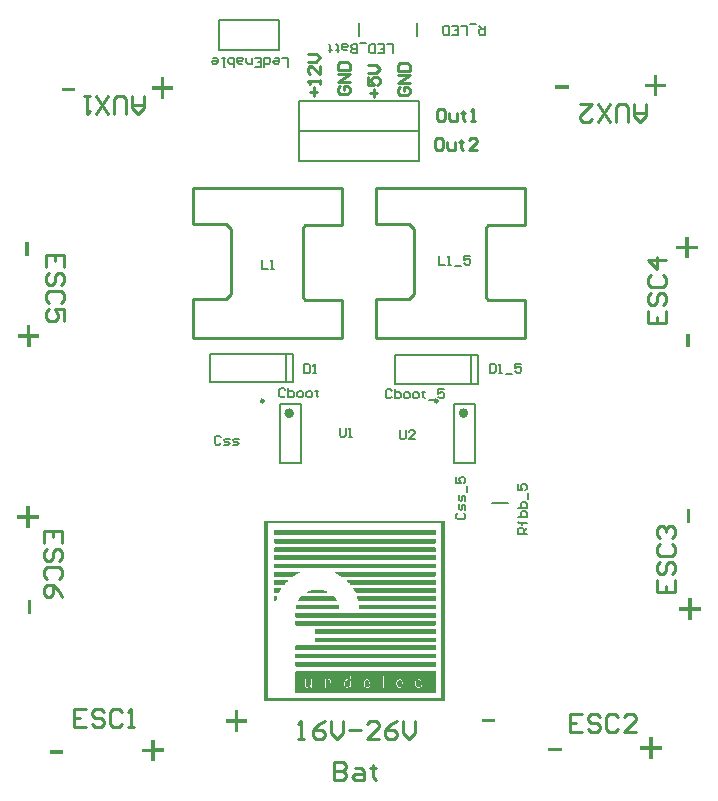
<source format=gto>
G04 Layer_Color=65535*
%FSLAX23Y23*%
%MOIN*%
G70*
G01*
G75*
%ADD36C,0.010*%
%ADD37C,0.016*%
%ADD38C,0.008*%
%ADD39C,0.010*%
%ADD40C,0.002*%
%ADD41C,0.007*%
%ADD42C,0.005*%
G36*
X1785Y2773D02*
X1740D01*
Y2785D01*
X1785D01*
Y2773D01*
D02*
G37*
G36*
X1745Y565D02*
X1700D01*
Y577D01*
X1745D01*
Y565D01*
D02*
G37*
G36*
X3840Y1053D02*
X3870D01*
Y1041D01*
X3841D01*
Y1011D01*
X3828D01*
Y1041D01*
X3798D01*
Y1053D01*
X3828D01*
Y1083D01*
X3840D01*
Y1053D01*
D02*
G37*
G36*
X2081Y2791D02*
X2111D01*
Y2778D01*
X2081D01*
Y2748D01*
X2069D01*
Y2778D01*
X2039D01*
Y2790D01*
X2069D01*
Y2820D01*
X2081D01*
Y2791D01*
D02*
G37*
G36*
X2049Y583D02*
X2079D01*
Y570D01*
X2049D01*
Y540D01*
X2037D01*
Y570D01*
X2007D01*
Y582D01*
X2037D01*
Y612D01*
X2049D01*
Y583D01*
D02*
G37*
G36*
X2328Y681D02*
X2358D01*
Y669D01*
X2328D01*
Y639D01*
X2316D01*
Y668D01*
X2286D01*
Y681D01*
X2316D01*
Y711D01*
X2328D01*
Y681D01*
D02*
G37*
G36*
X3184Y670D02*
X3139D01*
Y682D01*
X3184D01*
Y670D01*
D02*
G37*
G36*
X3710Y591D02*
X3740D01*
Y578D01*
X3710D01*
Y548D01*
X3698D01*
Y578D01*
X3668D01*
Y590D01*
X3698D01*
Y620D01*
X3710D01*
Y591D01*
D02*
G37*
G36*
X3406Y573D02*
X3361D01*
Y585D01*
X3406D01*
Y573D01*
D02*
G37*
G36*
X1633Y1360D02*
X1663D01*
Y1348D01*
X1633D01*
Y1318D01*
X1621D01*
Y1348D01*
X1591D01*
Y1360D01*
X1620D01*
Y1390D01*
X1633D01*
Y1360D01*
D02*
G37*
G36*
X1638Y1031D02*
X1626D01*
Y1076D01*
X1638D01*
Y1031D01*
D02*
G37*
G36*
X3429Y2781D02*
X3384D01*
Y2793D01*
X3429D01*
Y2781D01*
D02*
G37*
G36*
X3725Y2799D02*
X3755D01*
Y2786D01*
X3725D01*
Y2756D01*
X3713D01*
Y2786D01*
X3683D01*
Y2798D01*
X3713D01*
Y2828D01*
X3725D01*
Y2799D01*
D02*
G37*
G36*
X1630Y2225D02*
X1618D01*
Y2270D01*
X1630D01*
Y2225D01*
D02*
G37*
G36*
X3834Y1920D02*
X3822D01*
Y1965D01*
X3834D01*
Y1920D01*
D02*
G37*
G36*
X3835Y1335D02*
X3823D01*
Y1380D01*
X3835D01*
Y1335D01*
D02*
G37*
G36*
X1635Y1963D02*
X1665D01*
Y1951D01*
X1636D01*
Y1921D01*
X1623D01*
Y1951D01*
X1593D01*
Y1963D01*
X1623D01*
Y1993D01*
X1635D01*
Y1963D01*
D02*
G37*
G36*
X3829Y2259D02*
X3859D01*
Y2247D01*
X3829D01*
Y2217D01*
X3817D01*
Y2247D01*
X3787D01*
Y2259D01*
X3816D01*
Y2289D01*
X3829D01*
Y2259D01*
D02*
G37*
D36*
X2413Y1741D02*
G03*
X2413Y1741I-5J0D01*
G01*
X2993D02*
G03*
X2993Y1741I-5J0D01*
G01*
D37*
X2506Y1700D02*
G03*
X2506Y1700I-8J0D01*
G01*
X3087D02*
G03*
X3087Y1700I-8J0D01*
G01*
D38*
X2465Y2910D02*
Y3010D01*
X2265Y2910D02*
X2465D01*
X2265D02*
Y3010D01*
X2465D01*
X2929Y2641D02*
Y2741D01*
X2529Y2641D02*
X2929D01*
X2529Y2741D02*
X2929D01*
X2529Y2641D02*
Y2741D01*
Y2541D02*
Y2641D01*
X2929D01*
X2529Y2541D02*
X2929D01*
Y2641D01*
X2486Y1850D02*
Y1897D01*
X2234D02*
X2470D01*
X2234Y1803D02*
Y1897D01*
Y1803D02*
X2470D01*
X2486D02*
Y1850D01*
X2470Y1803D02*
X2486D01*
X2470Y1897D02*
X2486D01*
Y1803D02*
X2509D01*
Y1897D01*
X2486D02*
X2509D01*
X2467Y1535D02*
Y1731D01*
X2538Y1535D02*
Y1731D01*
X2467D02*
X2538D01*
X2467Y1535D02*
X2538D01*
X3048D02*
Y1731D01*
X3118Y1535D02*
Y1731D01*
X3048D02*
X3118D01*
X3048Y1535D02*
X3118D01*
X3105Y1893D02*
X3128D01*
Y1799D02*
Y1893D01*
X3105Y1799D02*
X3128D01*
X3089Y1893D02*
X3105D01*
X3089Y1799D02*
X3105D01*
Y1846D01*
X2852Y1799D02*
X3089D01*
X2852D02*
Y1893D01*
X3089D01*
X3105Y1846D02*
Y1893D01*
X3174Y1400D02*
X3226D01*
X2925Y2958D02*
Y3002D01*
X2730Y2958D02*
Y3002D01*
D39*
X2532Y1952D02*
X2532Y1952D01*
X2536Y2452D02*
X2536Y2452D01*
X2532Y1952D02*
X2674D01*
X2532Y2452D02*
X2674D01*
X2320Y1952D02*
X2532D01*
X2320Y1952D02*
X2320Y1952D01*
X2316Y2452D02*
X2316Y2452D01*
X2316Y2452D02*
X2536D01*
X2178Y1952D02*
X2320D01*
X2178Y2452D02*
X2316D01*
X2674Y1952D02*
Y2078D01*
X2552D02*
X2674D01*
X2544Y2086D02*
X2552Y2078D01*
X2544Y2086D02*
Y2318D01*
X2552Y2326D01*
X2674D01*
Y2452D01*
X2178Y2330D02*
Y2452D01*
Y2330D02*
X2288D01*
X2304Y2314D01*
Y2098D02*
Y2314D01*
X2288Y2082D02*
X2304Y2098D01*
X2178Y2082D02*
X2288D01*
X2178Y2082D02*
X2178Y2082D01*
X2178Y1952D02*
Y2082D01*
X3141Y1952D02*
X3141Y1952D01*
X3145Y2452D02*
X3145Y2452D01*
X3141Y1952D02*
X3283D01*
X3141Y2452D02*
X3283D01*
X2929Y1952D02*
X3141D01*
X2929Y1952D02*
X2929Y1952D01*
X2925Y2452D02*
X2925Y2452D01*
X2925Y2452D02*
X3145D01*
X2787Y1952D02*
X2929D01*
X2787Y2452D02*
X2925D01*
X3283Y1952D02*
Y2078D01*
X3161D02*
X3283D01*
X3153Y2086D02*
X3161Y2078D01*
X3153Y2086D02*
Y2318D01*
X3161Y2326D01*
X3283D01*
Y2452D01*
X2787Y2330D02*
Y2452D01*
Y2330D02*
X2897D01*
X2913Y2314D01*
Y2098D02*
Y2314D01*
X2897Y2082D02*
X2913Y2098D01*
X2787Y2082D02*
X2897D01*
X2787Y2082D02*
X2787Y2082D01*
X2787Y1952D02*
Y2082D01*
X3686Y2730D02*
Y2690D01*
X3666Y2670D01*
X3646Y2690D01*
Y2730D01*
Y2700D01*
X3686D01*
X3626Y2670D02*
Y2720D01*
X3616Y2730D01*
X3596D01*
X3586Y2720D01*
Y2670D01*
X3566D02*
X3526Y2730D01*
Y2670D02*
X3566Y2730D01*
X3466D02*
X3506D01*
X3466Y2690D01*
Y2680D01*
X3476Y2670D01*
X3496D01*
X3506Y2680D01*
X3003Y2618D02*
X2990D01*
X2983Y2611D01*
Y2585D01*
X2990Y2578D01*
X3003D01*
X3010Y2585D01*
Y2611D01*
X3003Y2618D01*
X3023Y2605D02*
Y2585D01*
X3030Y2578D01*
X3050D01*
Y2605D01*
X3070Y2611D02*
Y2605D01*
X3063D01*
X3077D01*
X3070D01*
Y2585D01*
X3077Y2578D01*
X3123D02*
X3097D01*
X3123Y2605D01*
Y2611D01*
X3117Y2618D01*
X3103D01*
X3097Y2611D01*
X2013Y2757D02*
Y2717D01*
X1993Y2697D01*
X1973Y2717D01*
Y2757D01*
Y2727D01*
X2013D01*
X1953Y2697D02*
Y2747D01*
X1943Y2757D01*
X1923D01*
X1913Y2747D01*
Y2697D01*
X1893D02*
X1853Y2757D01*
Y2697D02*
X1893Y2757D01*
X1833D02*
X1813D01*
X1823D01*
Y2697D01*
X1833Y2707D01*
X2647Y536D02*
Y476D01*
X2677D01*
X2687Y486D01*
Y496D01*
X2677Y506D01*
X2647D01*
X2677D01*
X2687Y516D01*
Y526D01*
X2677Y536D01*
X2647D01*
X2717Y516D02*
X2737D01*
X2747Y506D01*
Y476D01*
X2717D01*
X2707Y486D01*
X2717Y496D01*
X2747D01*
X2777Y526D02*
Y516D01*
X2767D01*
X2787D01*
X2777D01*
Y486D01*
X2787Y476D01*
X1820Y713D02*
X1780D01*
Y653D01*
X1820D01*
X1780Y683D02*
X1800D01*
X1880Y703D02*
X1870Y713D01*
X1850D01*
X1840Y703D01*
Y693D01*
X1850Y683D01*
X1870D01*
X1880Y673D01*
Y663D01*
X1870Y653D01*
X1850D01*
X1840Y663D01*
X1940Y703D02*
X1930Y713D01*
X1910D01*
X1900Y703D01*
Y663D01*
X1910Y653D01*
X1930D01*
X1940Y663D01*
X1960Y653D02*
X1980D01*
X1970D01*
Y713D01*
X1960Y703D01*
X3474Y698D02*
X3434D01*
Y638D01*
X3474D01*
X3434Y668D02*
X3454D01*
X3534Y688D02*
X3524Y698D01*
X3504D01*
X3494Y688D01*
Y678D01*
X3504Y668D01*
X3524D01*
X3534Y658D01*
Y648D01*
X3524Y638D01*
X3504D01*
X3494Y648D01*
X3594Y688D02*
X3584Y698D01*
X3564D01*
X3554Y688D01*
Y648D01*
X3564Y638D01*
X3584D01*
X3594Y648D01*
X3654Y638D02*
X3614D01*
X3654Y678D01*
Y688D01*
X3644Y698D01*
X3624D01*
X3614Y688D01*
X3724Y1145D02*
Y1105D01*
X3784D01*
Y1145D01*
X3754Y1105D02*
Y1125D01*
X3734Y1205D02*
X3724Y1195D01*
Y1175D01*
X3734Y1165D01*
X3744D01*
X3754Y1175D01*
Y1195D01*
X3764Y1205D01*
X3774D01*
X3784Y1195D01*
Y1175D01*
X3774Y1165D01*
X3734Y1265D02*
X3724Y1255D01*
Y1235D01*
X3734Y1225D01*
X3774D01*
X3784Y1235D01*
Y1255D01*
X3774Y1265D01*
X3734Y1285D02*
X3724Y1295D01*
Y1315D01*
X3734Y1325D01*
X3744D01*
X3754Y1315D01*
Y1305D01*
Y1315D01*
X3764Y1325D01*
X3774D01*
X3784Y1315D01*
Y1295D01*
X3774Y1285D01*
X3693Y2042D02*
Y2002D01*
X3753D01*
Y2042D01*
X3723Y2002D02*
Y2022D01*
X3703Y2102D02*
X3693Y2092D01*
Y2072D01*
X3703Y2062D01*
X3713D01*
X3723Y2072D01*
Y2092D01*
X3733Y2102D01*
X3743D01*
X3753Y2092D01*
Y2072D01*
X3743Y2062D01*
X3703Y2162D02*
X3693Y2152D01*
Y2132D01*
X3703Y2122D01*
X3743D01*
X3753Y2132D01*
Y2152D01*
X3743Y2162D01*
X3753Y2212D02*
X3693D01*
X3723Y2182D01*
Y2222D01*
X1748Y2186D02*
Y2226D01*
X1688D01*
Y2186D01*
X1718Y2226D02*
Y2206D01*
X1738Y2126D02*
X1748Y2136D01*
Y2156D01*
X1738Y2166D01*
X1728D01*
X1718Y2156D01*
Y2136D01*
X1708Y2126D01*
X1698D01*
X1688Y2136D01*
Y2156D01*
X1698Y2166D01*
X1738Y2066D02*
X1748Y2076D01*
Y2096D01*
X1738Y2106D01*
X1698D01*
X1688Y2096D01*
Y2076D01*
X1698Y2066D01*
X1748Y2006D02*
Y2046D01*
X1718D01*
X1728Y2026D01*
Y2016D01*
X1718Y2006D01*
X1698D01*
X1688Y2016D01*
Y2036D01*
X1698Y2046D01*
X1739Y1269D02*
Y1309D01*
X1679D01*
Y1269D01*
X1709Y1309D02*
Y1289D01*
X1729Y1209D02*
X1739Y1219D01*
Y1239D01*
X1729Y1249D01*
X1719D01*
X1709Y1239D01*
Y1219D01*
X1699Y1209D01*
X1689D01*
X1679Y1219D01*
Y1239D01*
X1689Y1249D01*
X1729Y1149D02*
X1739Y1159D01*
Y1179D01*
X1729Y1189D01*
X1689D01*
X1679Y1179D01*
Y1159D01*
X1689Y1149D01*
X1739Y1089D02*
X1729Y1109D01*
X1709Y1129D01*
X1689D01*
X1679Y1119D01*
Y1099D01*
X1689Y1089D01*
X1699D01*
X1709Y1099D01*
Y1129D01*
X3010Y2713D02*
X2997D01*
X2990Y2706D01*
Y2680D01*
X2997Y2673D01*
X3010D01*
X3017Y2680D01*
Y2706D01*
X3010Y2713D01*
X3030Y2700D02*
Y2680D01*
X3037Y2673D01*
X3057D01*
Y2700D01*
X3077Y2706D02*
Y2700D01*
X3070D01*
X3083D01*
X3077D01*
Y2680D01*
X3083Y2673D01*
X3103D02*
X3117D01*
X3110D01*
Y2713D01*
X3103Y2706D01*
X2526Y613D02*
X2546D01*
X2536D01*
Y673D01*
X2526Y663D01*
X2616Y673D02*
X2596Y663D01*
X2576Y643D01*
Y623D01*
X2586Y613D01*
X2606D01*
X2616Y623D01*
Y633D01*
X2606Y643D01*
X2576D01*
X2636Y673D02*
Y633D01*
X2656Y613D01*
X2676Y633D01*
Y673D01*
X2696Y643D02*
X2736D01*
X2796Y613D02*
X2756D01*
X2796Y653D01*
Y663D01*
X2786Y673D01*
X2766D01*
X2756Y663D01*
X2856Y673D02*
X2836Y663D01*
X2816Y643D01*
Y623D01*
X2826Y613D01*
X2846D01*
X2856Y623D01*
Y633D01*
X2846Y643D01*
X2816D01*
X2876Y673D02*
Y633D01*
X2896Y613D01*
X2916Y633D01*
Y673D01*
X2779Y2755D02*
Y2782D01*
X2766Y2768D02*
X2792D01*
X2759Y2822D02*
Y2795D01*
X2779D01*
X2772Y2808D01*
Y2815D01*
X2779Y2822D01*
X2792D01*
X2799Y2815D01*
Y2802D01*
X2792Y2795D01*
X2759Y2835D02*
X2786D01*
X2799Y2848D01*
X2786Y2862D01*
X2759D01*
X2866Y2787D02*
X2859Y2780D01*
Y2767D01*
X2866Y2760D01*
X2892D01*
X2899Y2767D01*
Y2780D01*
X2892Y2787D01*
X2879D01*
Y2773D01*
X2899Y2800D02*
X2859D01*
X2899Y2827D01*
X2859D01*
Y2840D02*
X2899D01*
Y2860D01*
X2892Y2867D01*
X2866D01*
X2859Y2860D01*
Y2840D01*
X2666Y2791D02*
X2659Y2784D01*
Y2771D01*
X2666Y2764D01*
X2692D01*
X2699Y2771D01*
Y2784D01*
X2692Y2791D01*
X2679D01*
Y2777D01*
X2699Y2804D02*
X2659D01*
X2699Y2831D01*
X2659D01*
Y2844D02*
X2699D01*
Y2864D01*
X2692Y2871D01*
X2666D01*
X2659Y2864D01*
Y2844D01*
X2579Y2759D02*
Y2786D01*
X2566Y2772D02*
X2592D01*
X2599Y2799D02*
Y2812D01*
Y2806D01*
X2559D01*
X2566Y2799D01*
X2599Y2859D02*
Y2832D01*
X2572Y2859D01*
X2566D01*
X2559Y2852D01*
Y2839D01*
X2566Y2832D01*
X2559Y2872D02*
X2586D01*
X2599Y2886D01*
X2586Y2899D01*
X2559D01*
D40*
X2415Y744D02*
X3015D01*
X2415Y746D02*
X3015D01*
X2415Y748D02*
X3015D01*
X2415Y750D02*
X3015D01*
X3005Y752D02*
X3015D01*
X2415D02*
X2425D01*
X3005Y754D02*
X3015D01*
X2415D02*
X2425D01*
X3005Y756D02*
X3015D01*
X2415D02*
X2425D01*
X3005Y758D02*
X3015D01*
X2415D02*
X2425D01*
X3005Y760D02*
X3015D01*
X2415D02*
X2425D01*
X3005Y762D02*
X3015D01*
X2415D02*
X2425D01*
X3005Y764D02*
X3015D01*
X2415D02*
X2425D01*
X3005Y766D02*
X3015D01*
X2415D02*
X2425D01*
X3005Y768D02*
X3015D01*
X2415D02*
X2425D01*
X3005Y770D02*
X3015D01*
X2519D02*
X2983D01*
X2415D02*
X2425D01*
X3005Y772D02*
X3015D01*
X2517D02*
X2983D01*
X2415D02*
X2425D01*
X3005Y774D02*
X3015D01*
X2517D02*
X2983D01*
X2415D02*
X2425D01*
X3005Y776D02*
X3015D01*
X2517D02*
X2983D01*
X2415D02*
X2425D01*
X3005Y778D02*
X3015D01*
X2517D02*
X2983D01*
X2415D02*
X2425D01*
X3005Y780D02*
X3015D01*
X2517D02*
X2983D01*
X2415D02*
X2425D01*
X3005Y782D02*
X3015D01*
X2517D02*
X2983D01*
X2415D02*
X2425D01*
X3005Y784D02*
X3015D01*
X2517D02*
X2983D01*
X2415D02*
X2425D01*
X3005Y786D02*
X3015D01*
X2935D02*
X2983D01*
X2871D02*
X2921D01*
X2813D02*
X2857D01*
X2763D02*
X2807D01*
X2703D02*
X2749D01*
X2693D02*
X2699D01*
X2639D02*
X2683D01*
X2619D02*
X2631D01*
X2573D02*
X2613D01*
X2561D02*
X2567D01*
X2517D02*
X2551D01*
X2415D02*
X2425D01*
X3005Y788D02*
X3015D01*
X2937D02*
X2983D01*
X2873D02*
X2919D01*
X2813D02*
X2855D01*
X2765D02*
X2807D01*
X2703D02*
X2745D01*
X2637D02*
X2681D01*
X2619D02*
X2633D01*
X2573D02*
X2613D01*
X2563D02*
X2567D01*
X2517D02*
X2549D01*
X2415D02*
X2425D01*
X3005Y790D02*
X3015D01*
X2939D02*
X2983D01*
X2925D02*
X2931D01*
X2875D02*
X2917D01*
X2861D02*
X2869D01*
X2813D02*
X2853D01*
X2767D02*
X2807D01*
X2751D02*
X2759D01*
X2703D02*
X2745D01*
X2687D02*
X2693D01*
X2637D02*
X2679D01*
X2619D02*
X2633D01*
X2573D02*
X2613D01*
X2555D02*
X2563D01*
X2517D02*
X2547D01*
X2415D02*
X2425D01*
X3005Y792D02*
X3015D01*
X2939D02*
X2983D01*
X2923D02*
X2933D01*
X2875D02*
X2915D01*
X2859D02*
X2869D01*
X2813D02*
X2853D01*
X2767D02*
X2807D01*
X2749D02*
X2761D01*
X2703D02*
X2743D01*
X2685D02*
X2695D01*
X2637D02*
X2679D01*
X2619D02*
X2633D01*
X2573D02*
X2613D01*
X2553D02*
X2565D01*
X2517D02*
X2547D01*
X2415D02*
X2425D01*
X3005Y794D02*
X3015D01*
X2939D02*
X2983D01*
X2921D02*
X2933D01*
X2859D02*
X2915D01*
X2813D02*
X2853D01*
X2749D02*
X2807D01*
X2703D02*
X2743D01*
X2683D02*
X2697D01*
X2637D02*
X2677D01*
X2619D02*
X2633D01*
X2573D02*
X2613D01*
X2553D02*
X2565D01*
X2517D02*
X2547D01*
X2415D02*
X2425D01*
X3005Y796D02*
X3015D01*
X2921D02*
X2983D01*
X2857D02*
X2915D01*
X2813D02*
X2851D01*
X2749D02*
X2807D01*
X2703D02*
X2743D01*
X2683D02*
X2697D01*
X2637D02*
X2677D01*
X2619D02*
X2633D01*
X2573D02*
X2613D01*
X2553D02*
X2565D01*
X2517D02*
X2547D01*
X2415D02*
X2425D01*
X3005Y798D02*
X3015D01*
X2921D02*
X2983D01*
X2857D02*
X2915D01*
X2813D02*
X2851D01*
X2749D02*
X2807D01*
X2703D02*
X2743D01*
X2683D02*
X2697D01*
X2637D02*
X2677D01*
X2619D02*
X2633D01*
X2573D02*
X2613D01*
X2553D02*
X2567D01*
X2517D02*
X2547D01*
X2415D02*
X2425D01*
X3005Y800D02*
X3015D01*
X2921D02*
X2983D01*
X2877D02*
X2915D01*
X2813D02*
X2851D01*
X2767D02*
X2807D01*
X2703D02*
X2743D01*
X2683D02*
X2697D01*
X2637D02*
X2677D01*
X2619D02*
X2633D01*
X2573D02*
X2613D01*
X2553D02*
X2567D01*
X2517D02*
X2547D01*
X2415D02*
X2425D01*
X3005Y802D02*
X3015D01*
X2921D02*
X2983D01*
X2877D02*
X2915D01*
X2857D02*
X2871D01*
X2813D02*
X2851D01*
X2767D02*
X2807D01*
X2749D02*
X2761D01*
X2703D02*
X2743D01*
X2683D02*
X2697D01*
X2637D02*
X2677D01*
X2619D02*
X2633D01*
X2573D02*
X2613D01*
X2553D02*
X2567D01*
X2517D02*
X2547D01*
X2415D02*
X2425D01*
X3005Y804D02*
X3015D01*
X2921D02*
X2983D01*
X2877D02*
X2915D01*
X2857D02*
X2871D01*
X2813D02*
X2851D01*
X2767D02*
X2807D01*
X2749D02*
X2761D01*
X2703D02*
X2743D01*
X2683D02*
X2697D01*
X2637D02*
X2677D01*
X2619D02*
X2631D01*
X2573D02*
X2613D01*
X2553D02*
X2567D01*
X2517D02*
X2547D01*
X2415D02*
X2425D01*
X3005Y806D02*
X3015D01*
X2935D02*
X2983D01*
X2921D02*
X2933D01*
X2875D02*
X2915D01*
X2859D02*
X2871D01*
X2813D02*
X2853D01*
X2767D02*
X2807D01*
X2749D02*
X2761D01*
X2703D02*
X2743D01*
X2685D02*
X2697D01*
X2637D02*
X2677D01*
X2619D02*
X2631D01*
X2573D02*
X2613D01*
X2553D02*
X2567D01*
X2517D02*
X2547D01*
X2415D02*
X2425D01*
X3005Y808D02*
X3015D01*
X2939D02*
X2983D01*
X2923D02*
X2933D01*
X2875D02*
X2915D01*
X2859D02*
X2869D01*
X2813D02*
X2853D01*
X2765D02*
X2807D01*
X2749D02*
X2761D01*
X2703D02*
X2743D01*
X2685D02*
X2695D01*
X2637D02*
X2679D01*
X2621D02*
X2631D01*
X2573D02*
X2613D01*
X2553D02*
X2567D01*
X2517D02*
X2547D01*
X2415D02*
X2425D01*
X3005Y810D02*
X3015D01*
X2939D02*
X2983D01*
X2925D02*
X2929D01*
X2875D02*
X2917D01*
X2863D02*
X2867D01*
X2813D02*
X2855D01*
X2765D02*
X2807D01*
X2753D02*
X2757D01*
X2703D02*
X2745D01*
X2689D02*
X2693D01*
X2637D02*
X2679D01*
X2623D02*
X2629D01*
X2573D02*
X2613D01*
X2553D02*
X2567D01*
X2517D02*
X2547D01*
X2415D02*
X2425D01*
X3005Y812D02*
X3015D01*
X2937D02*
X2983D01*
X2873D02*
X2919D01*
X2813D02*
X2855D01*
X2763D02*
X2807D01*
X2703D02*
X2747D01*
X2695D02*
X2699D01*
X2637D02*
X2681D01*
X2619D02*
X2621D01*
X2573D02*
X2613D01*
X2553D02*
X2567D01*
X2517D02*
X2547D01*
X2415D02*
X2425D01*
X3005Y814D02*
X3015D01*
X2933D02*
X2983D01*
X2869D02*
X2923D01*
X2813D02*
X2859D01*
X2761D02*
X2807D01*
X2703D02*
X2749D01*
X2693D02*
X2699D01*
X2633D02*
X2683D01*
X2619D02*
X2625D01*
X2573D02*
X2613D01*
X2553D02*
X2567D01*
X2517D02*
X2547D01*
X2415D02*
X2425D01*
X3005Y816D02*
X3015D01*
X2813D02*
X2983D01*
X2703D02*
X2807D01*
X2517D02*
X2697D01*
X2415D02*
X2425D01*
X3005Y818D02*
X3015D01*
X2813D02*
X2983D01*
X2703D02*
X2807D01*
X2517D02*
X2697D01*
X2415D02*
X2425D01*
X3005Y820D02*
X3015D01*
X2813D02*
X2983D01*
X2703D02*
X2807D01*
X2517D02*
X2697D01*
X2415D02*
X2425D01*
X3005Y822D02*
X3015D01*
X2813D02*
X2983D01*
X2703D02*
X2807D01*
X2517D02*
X2697D01*
X2415D02*
X2425D01*
X3005Y824D02*
X3015D01*
X2813D02*
X2983D01*
X2703D02*
X2807D01*
X2517D02*
X2697D01*
X2415D02*
X2425D01*
X3005Y826D02*
X3015D01*
X2813D02*
X2983D01*
X2703D02*
X2807D01*
X2517D02*
X2697D01*
X2415D02*
X2425D01*
X3005Y828D02*
X3015D01*
X2517D02*
X2983D01*
X2415D02*
X2425D01*
X3005Y830D02*
X3015D01*
X2517D02*
X2983D01*
X2415D02*
X2425D01*
X3005Y832D02*
X3015D01*
X2517D02*
X2983D01*
X2415D02*
X2425D01*
X3005Y834D02*
X3015D01*
X2517D02*
X2983D01*
X2415D02*
X2425D01*
X3005Y836D02*
X3015D01*
X2517D02*
X2983D01*
X2415D02*
X2425D01*
X3005Y838D02*
X3015D01*
X2517D02*
X2983D01*
X2415D02*
X2425D01*
X3005Y840D02*
X3015D01*
X2519D02*
X2983D01*
X2415D02*
X2425D01*
X3005Y842D02*
X3015D01*
X2415D02*
X2425D01*
X3005Y844D02*
X3015D01*
X2415D02*
X2425D01*
X3005Y846D02*
X3015D01*
X2415D02*
X2425D01*
X3005Y848D02*
X3015D01*
X2415D02*
X2425D01*
X3005Y850D02*
X3015D01*
X2415D02*
X2425D01*
X3005Y852D02*
X3015D01*
X2415D02*
X2425D01*
X3005Y854D02*
X3015D01*
X2415D02*
X2425D01*
X3005Y856D02*
X3015D01*
X2415D02*
X2425D01*
X3005Y858D02*
X3015D01*
X2519D02*
X2983D01*
X2415D02*
X2425D01*
X3005Y860D02*
X3015D01*
X2517D02*
X2983D01*
X2415D02*
X2425D01*
X3005Y862D02*
X3015D01*
X2517D02*
X2983D01*
X2415D02*
X2425D01*
X3005Y864D02*
X3015D01*
X2517D02*
X2983D01*
X2415D02*
X2425D01*
X3005Y866D02*
X3015D01*
X2517D02*
X2983D01*
X2415D02*
X2425D01*
X3005Y868D02*
X3015D01*
X2517D02*
X2983D01*
X2415D02*
X2425D01*
X3005Y870D02*
X3015D01*
X2517D02*
X2983D01*
X2415D02*
X2425D01*
X3005Y872D02*
X3015D01*
X2415D02*
X2425D01*
X3005Y874D02*
X3015D01*
X2415D02*
X2425D01*
X3005Y876D02*
X3015D01*
X2415D02*
X2425D01*
X3005Y878D02*
X3015D01*
X2415D02*
X2425D01*
X3005Y880D02*
X3015D01*
X2415D02*
X2425D01*
X3005Y882D02*
X3015D01*
X2415D02*
X2425D01*
X3005Y884D02*
X3015D01*
X2415D02*
X2425D01*
X3005Y886D02*
X3015D01*
X2519D02*
X2983D01*
X2415D02*
X2425D01*
X3005Y888D02*
X3015D01*
X2517D02*
X2983D01*
X2415D02*
X2425D01*
X3005Y890D02*
X3015D01*
X2517D02*
X2983D01*
X2415D02*
X2425D01*
X3005Y892D02*
X3015D01*
X2517D02*
X2983D01*
X2415D02*
X2425D01*
X3005Y894D02*
X3015D01*
X2517D02*
X2983D01*
X2415D02*
X2425D01*
X3005Y896D02*
X3015D01*
X2517D02*
X2983D01*
X2415D02*
X2425D01*
X3005Y898D02*
X3015D01*
X2517D02*
X2983D01*
X2415D02*
X2425D01*
X3005Y900D02*
X3015D01*
X2415D02*
X2425D01*
X3005Y902D02*
X3015D01*
X2415D02*
X2425D01*
X3005Y904D02*
X3015D01*
X2415D02*
X2425D01*
X3005Y906D02*
X3015D01*
X2415D02*
X2425D01*
X3005Y908D02*
X3015D01*
X2415D02*
X2425D01*
X3005Y910D02*
X3015D01*
X2415D02*
X2425D01*
X3005Y912D02*
X3015D01*
X2415D02*
X2425D01*
X3005Y914D02*
X3015D01*
X2517D02*
X2983D01*
X2415D02*
X2425D01*
X3005Y916D02*
X3015D01*
X2517D02*
X2983D01*
X2415D02*
X2425D01*
X3005Y918D02*
X3015D01*
X2517D02*
X2983D01*
X2415D02*
X2425D01*
X3005Y920D02*
X3015D01*
X2517D02*
X2983D01*
X2415D02*
X2425D01*
X3005Y922D02*
X3015D01*
X2517D02*
X2983D01*
X2415D02*
X2425D01*
X3005Y924D02*
X3015D01*
X2517D02*
X2983D01*
X2415D02*
X2425D01*
X3005Y926D02*
X3015D01*
X2519D02*
X2983D01*
X2415D02*
X2425D01*
X3005Y928D02*
X3015D01*
X2415D02*
X2425D01*
X3005Y930D02*
X3015D01*
X2415D02*
X2425D01*
X3005Y932D02*
X3015D01*
X2415D02*
X2425D01*
X3005Y934D02*
X3015D01*
X2415D02*
X2425D01*
X3005Y936D02*
X3015D01*
X2415D02*
X2425D01*
X3005Y938D02*
X3015D01*
X2415D02*
X2425D01*
X3005Y940D02*
X3015D01*
X2583D02*
X2983D01*
X2415D02*
X2425D01*
X3005Y942D02*
X3015D01*
X2583D02*
X2983D01*
X2415D02*
X2425D01*
X3005Y944D02*
X3015D01*
X2583D02*
X2983D01*
X2415D02*
X2425D01*
X3005Y946D02*
X3015D01*
X2583D02*
X2983D01*
X2415D02*
X2425D01*
X3005Y948D02*
X3015D01*
X2583D02*
X2983D01*
X2415D02*
X2425D01*
X3005Y950D02*
X3015D01*
X2583D02*
X2983D01*
X2415D02*
X2425D01*
X3005Y952D02*
X3015D01*
X2583D02*
X2983D01*
X2415D02*
X2425D01*
X3005Y954D02*
X3015D01*
X2415D02*
X2425D01*
X3005Y956D02*
X3015D01*
X2415D02*
X2425D01*
X3005Y958D02*
X3015D01*
X2415D02*
X2425D01*
X3005Y960D02*
X3015D01*
X2415D02*
X2425D01*
X3005Y962D02*
X3015D01*
X2415D02*
X2425D01*
X3005Y964D02*
X3015D01*
X2415D02*
X2425D01*
X3005Y966D02*
X3015D01*
X2415D02*
X2425D01*
X3005Y968D02*
X3015D01*
X2583D02*
X2983D01*
X2415D02*
X2425D01*
X3005Y970D02*
X3015D01*
X2583D02*
X2983D01*
X2415D02*
X2425D01*
X3005Y972D02*
X3015D01*
X2583D02*
X2983D01*
X2415D02*
X2425D01*
X3005Y974D02*
X3015D01*
X2583D02*
X2983D01*
X2415D02*
X2425D01*
X3005Y976D02*
X3015D01*
X2583D02*
X2983D01*
X2415D02*
X2425D01*
X3005Y978D02*
X3015D01*
X2583D02*
X2983D01*
X2415D02*
X2425D01*
X3005Y980D02*
X3015D01*
X2583D02*
X2983D01*
X2415D02*
X2425D01*
X3005Y982D02*
X3015D01*
X2415D02*
X2425D01*
X3005Y984D02*
X3015D01*
X2415D02*
X2425D01*
X3005Y986D02*
X3015D01*
X2415D02*
X2425D01*
X3005Y988D02*
X3015D01*
X2415D02*
X2425D01*
X3005Y990D02*
X3015D01*
X2415D02*
X2425D01*
X3005Y992D02*
X3015D01*
X2415D02*
X2425D01*
X3005Y994D02*
X3015D01*
X2519D02*
X2981D01*
X2415D02*
X2425D01*
X3005Y996D02*
X3015D01*
X2517D02*
X2983D01*
X2415D02*
X2425D01*
X3005Y998D02*
X3015D01*
X2517D02*
X2983D01*
X2415D02*
X2425D01*
X3005Y1000D02*
X3015D01*
X2517D02*
X2983D01*
X2415D02*
X2425D01*
X3005Y1002D02*
X3015D01*
X2517D02*
X2983D01*
X2415D02*
X2425D01*
X3005Y1004D02*
X3015D01*
X2517D02*
X2983D01*
X2415D02*
X2425D01*
X3005Y1006D02*
X3015D01*
X2517D02*
X2983D01*
X2415D02*
X2425D01*
X3005Y1008D02*
X3015D01*
X2519D02*
X2983D01*
X2415D02*
X2425D01*
X3005Y1010D02*
X3015D01*
X2415D02*
X2425D01*
X3005Y1012D02*
X3015D01*
X2415D02*
X2425D01*
X3005Y1014D02*
X3015D01*
X2415D02*
X2425D01*
X3005Y1016D02*
X3015D01*
X2415D02*
X2425D01*
X3005Y1018D02*
X3015D01*
X2415D02*
X2425D01*
X3005Y1020D02*
X3015D01*
X2415D02*
X2425D01*
X3005Y1022D02*
X3015D01*
X2519D02*
X2983D01*
X2415D02*
X2425D01*
X3005Y1024D02*
X3015D01*
X2517D02*
X2983D01*
X2415D02*
X2425D01*
X3005Y1026D02*
X3015D01*
X2517D02*
X2983D01*
X2415D02*
X2425D01*
X3005Y1028D02*
X3015D01*
X2517D02*
X2983D01*
X2415D02*
X2425D01*
X3005Y1030D02*
X3015D01*
X2517D02*
X2983D01*
X2415D02*
X2425D01*
X3005Y1032D02*
X3015D01*
X2517D02*
X2983D01*
X2415D02*
X2425D01*
X3005Y1034D02*
X3015D01*
X2517D02*
X2983D01*
X2415D02*
X2425D01*
X3005Y1036D02*
X3015D01*
X2415D02*
X2425D01*
X3005Y1038D02*
X3015D01*
X2415D02*
X2425D01*
X3005Y1040D02*
X3015D01*
X2415D02*
X2425D01*
X3005Y1042D02*
X3015D01*
X2415D02*
X2425D01*
X3005Y1044D02*
X3015D01*
X2415D02*
X2425D01*
X3005Y1046D02*
X3015D01*
X2415D02*
X2425D01*
X3005Y1048D02*
X3015D01*
X2415D02*
X2425D01*
X3005Y1050D02*
X3015D01*
X2731D02*
X2983D01*
X2519D02*
X2661D01*
X2415D02*
X2425D01*
X3005Y1052D02*
X3015D01*
X2731D02*
X2983D01*
X2519D02*
X2661D01*
X2415D02*
X2425D01*
X3005Y1054D02*
X3015D01*
X2731D02*
X2983D01*
X2519D02*
X2661D01*
X2415D02*
X2425D01*
X3005Y1056D02*
X3015D01*
X2731D02*
X2983D01*
X2519D02*
X2661D01*
X2415D02*
X2425D01*
X3005Y1058D02*
X3015D01*
X2731D02*
X2983D01*
X2519D02*
X2661D01*
X2415D02*
X2425D01*
X3005Y1060D02*
X3015D01*
X2731D02*
X2983D01*
X2519D02*
X2659D01*
X2415D02*
X2425D01*
X3005Y1062D02*
X3015D01*
X2731D02*
X2983D01*
X2521D02*
X2659D01*
X2415D02*
X2425D01*
X3005Y1064D02*
X3015D01*
X2415D02*
X2425D01*
X3005Y1066D02*
X3015D01*
X2415D02*
X2425D01*
X3005Y1068D02*
X3015D01*
X2415D02*
X2425D01*
X3005Y1070D02*
X3015D01*
X2415D02*
X2425D01*
X3005Y1072D02*
X3015D01*
X2415D02*
X2425D01*
X3005Y1074D02*
X3015D01*
X2415D02*
X2425D01*
X3005Y1076D02*
X3015D01*
X2729D02*
X2981D01*
X2527D02*
X2653D01*
X2447D02*
X2451D01*
X2415D02*
X2425D01*
X3005Y1078D02*
X3015D01*
X2727D02*
X2983D01*
X2527D02*
X2653D01*
X2447D02*
X2451D01*
X2415D02*
X2425D01*
X3005Y1080D02*
X3015D01*
X2727D02*
X2983D01*
X2529D02*
X2651D01*
X2447D02*
X2453D01*
X2415D02*
X2425D01*
X3005Y1082D02*
X3015D01*
X2727D02*
X2983D01*
X2529D02*
X2649D01*
X2447D02*
X2453D01*
X2415D02*
X2425D01*
X3005Y1084D02*
X3015D01*
X2725D02*
X2983D01*
X2531D02*
X2649D01*
X2447D02*
X2453D01*
X2415D02*
X2425D01*
X3005Y1086D02*
X3015D01*
X2725D02*
X2983D01*
X2533D02*
X2647D01*
X2447D02*
X2455D01*
X2415D02*
X2425D01*
X3005Y1088D02*
X3015D01*
X2725D02*
X2983D01*
X2535D02*
X2645D01*
X2447D02*
X2455D01*
X2415D02*
X2425D01*
X3005Y1090D02*
X3015D01*
X2725D02*
X2983D01*
X2537D02*
X2643D01*
X2447D02*
X2455D01*
X2415D02*
X2425D01*
X3005Y1092D02*
X3015D01*
X2415D02*
X2425D01*
X3005Y1094D02*
X3015D01*
X2415D02*
X2425D01*
X3005Y1096D02*
X3015D01*
X2415D02*
X2425D01*
X3005Y1098D02*
X3015D01*
X2415D02*
X2425D01*
X3005Y1100D02*
X3015D01*
X2415D02*
X2425D01*
X3005Y1102D02*
X3015D01*
X2415D02*
X2425D01*
X3005Y1104D02*
X3015D01*
X2719D02*
X2983D01*
X2557D02*
X2621D01*
X2447D02*
X2461D01*
X2415D02*
X2425D01*
X3005Y1106D02*
X3015D01*
X2717D02*
X2983D01*
X2559D02*
X2621D01*
X2447D02*
X2463D01*
X2415D02*
X2425D01*
X3005Y1108D02*
X3015D01*
X2717D02*
X2983D01*
X2565D02*
X2615D01*
X2447D02*
X2463D01*
X2415D02*
X2425D01*
X3005Y1110D02*
X3015D01*
X2715D02*
X2983D01*
X2571D02*
X2609D01*
X2447D02*
X2465D01*
X2415D02*
X2425D01*
X3005Y1112D02*
X3015D01*
X2713D02*
X2983D01*
X2581D02*
X2599D01*
X2447D02*
X2465D01*
X2415D02*
X2425D01*
X3005Y1114D02*
X3015D01*
X2713D02*
X2983D01*
X2447D02*
X2467D01*
X2415D02*
X2425D01*
X3005Y1116D02*
X3015D01*
X2711D02*
X2983D01*
X2447D02*
X2467D01*
X2415D02*
X2425D01*
X3005Y1118D02*
X3015D01*
X2415D02*
X2425D01*
X3005Y1120D02*
X3015D01*
X2415D02*
X2425D01*
X3005Y1122D02*
X3015D01*
X2415D02*
X2425D01*
X3005Y1124D02*
X3015D01*
X2415D02*
X2425D01*
X3005Y1126D02*
X3015D01*
X2415D02*
X2425D01*
X3005Y1128D02*
X3015D01*
X2415D02*
X2425D01*
X3005Y1130D02*
X3015D01*
X2415D02*
X2425D01*
X3005Y1132D02*
X3015D01*
X2701D02*
X2983D01*
X2447D02*
X2479D01*
X2415D02*
X2425D01*
X3005Y1134D02*
X3015D01*
X2699D02*
X2983D01*
X2447D02*
X2481D01*
X2415D02*
X2425D01*
X3005Y1136D02*
X3015D01*
X2697D02*
X2983D01*
X2447D02*
X2483D01*
X2415D02*
X2425D01*
X3005Y1138D02*
X3015D01*
X2695D02*
X2983D01*
X2447D02*
X2485D01*
X2415D02*
X2425D01*
X3005Y1140D02*
X3015D01*
X2693D02*
X2983D01*
X2447D02*
X2487D01*
X2415D02*
X2425D01*
X3005Y1142D02*
X3015D01*
X2691D02*
X2983D01*
X2447D02*
X2489D01*
X2415D02*
X2425D01*
X3005Y1144D02*
X3015D01*
X2689D02*
X2983D01*
X2447D02*
X2489D01*
X2415D02*
X2425D01*
X3005Y1146D02*
X3015D01*
X2415D02*
X2425D01*
X3005Y1148D02*
X3015D01*
X2415D02*
X2425D01*
X3005Y1150D02*
X3015D01*
X2415D02*
X2425D01*
X3005Y1152D02*
X3015D01*
X2415D02*
X2425D01*
X3005Y1154D02*
X3015D01*
X2415D02*
X2425D01*
X3005Y1156D02*
X3015D01*
X2415D02*
X2425D01*
X3005Y1158D02*
X3015D01*
X2671D02*
X2981D01*
X2447D02*
X2507D01*
X2415D02*
X2425D01*
X3005Y1160D02*
X3015D01*
X2669D02*
X2983D01*
X2447D02*
X2511D01*
X2415D02*
X2425D01*
X3005Y1162D02*
X3015D01*
X2665D02*
X2983D01*
X2447D02*
X2515D01*
X2415D02*
X2425D01*
X3005Y1164D02*
X3015D01*
X2661D02*
X2983D01*
X2447D02*
X2517D01*
X2415D02*
X2425D01*
X3005Y1166D02*
X3015D01*
X2659D02*
X2983D01*
X2447D02*
X2521D01*
X2415D02*
X2425D01*
X3005Y1168D02*
X3015D01*
X2653D02*
X2983D01*
X2447D02*
X2525D01*
X2415D02*
X2425D01*
X3005Y1170D02*
X3015D01*
X2649D02*
X2983D01*
X2447D02*
X2529D01*
X2415D02*
X2425D01*
X3005Y1172D02*
X3015D01*
X2651D02*
X2981D01*
X2449D02*
X2529D01*
X2415D02*
X2425D01*
X3005Y1174D02*
X3015D01*
X2415D02*
X2425D01*
X3005Y1176D02*
X3015D01*
X2415D02*
X2425D01*
X3005Y1178D02*
X3015D01*
X2415D02*
X2425D01*
X3005Y1180D02*
X3015D01*
X2415D02*
X2425D01*
X3005Y1182D02*
X3015D01*
X2415D02*
X2425D01*
X3005Y1184D02*
X3015D01*
X2415D02*
X2425D01*
X3005Y1186D02*
X3015D01*
X2447D02*
X2983D01*
X2415D02*
X2425D01*
X3005Y1188D02*
X3015D01*
X2447D02*
X2983D01*
X2415D02*
X2425D01*
X3005Y1190D02*
X3015D01*
X2447D02*
X2983D01*
X2415D02*
X2425D01*
X3005Y1192D02*
X3015D01*
X2447D02*
X2983D01*
X2415D02*
X2425D01*
X3005Y1194D02*
X3015D01*
X2447D02*
X2983D01*
X2415D02*
X2425D01*
X3005Y1196D02*
X3015D01*
X2447D02*
X2983D01*
X2415D02*
X2425D01*
X3005Y1198D02*
X3015D01*
X2447D02*
X2983D01*
X2415D02*
X2425D01*
X3005Y1200D02*
X3015D01*
X2415D02*
X2425D01*
X3005Y1202D02*
X3015D01*
X2415D02*
X2425D01*
X3005Y1204D02*
X3015D01*
X2415D02*
X2425D01*
X3005Y1206D02*
X3015D01*
X2415D02*
X2425D01*
X3005Y1208D02*
X3015D01*
X2415D02*
X2425D01*
X3005Y1210D02*
X3015D01*
X2415D02*
X2425D01*
X3005Y1212D02*
X3015D01*
X2415D02*
X2425D01*
X3005Y1214D02*
X3015D01*
X2447D02*
X2983D01*
X2415D02*
X2425D01*
X3005Y1216D02*
X3015D01*
X2447D02*
X2983D01*
X2415D02*
X2425D01*
X3005Y1218D02*
X3015D01*
X2447D02*
X2983D01*
X2415D02*
X2425D01*
X3005Y1220D02*
X3015D01*
X2447D02*
X2983D01*
X2415D02*
X2425D01*
X3005Y1222D02*
X3015D01*
X2447D02*
X2983D01*
X2415D02*
X2425D01*
X3005Y1224D02*
X3015D01*
X2447D02*
X2983D01*
X2415D02*
X2425D01*
X3005Y1226D02*
X3015D01*
X2447D02*
X2983D01*
X2415D02*
X2425D01*
X3005Y1228D02*
X3015D01*
X2415D02*
X2425D01*
X3005Y1230D02*
X3015D01*
X2415D02*
X2425D01*
X3005Y1232D02*
X3015D01*
X2415D02*
X2425D01*
X3005Y1234D02*
X3015D01*
X2415D02*
X2425D01*
X3005Y1236D02*
X3015D01*
X2415D02*
X2425D01*
X3005Y1238D02*
X3015D01*
X2415D02*
X2425D01*
X3005Y1240D02*
X3015D01*
X2447D02*
X2981D01*
X2415D02*
X2425D01*
X3005Y1242D02*
X3015D01*
X2447D02*
X2983D01*
X2415D02*
X2425D01*
X3005Y1244D02*
X3015D01*
X2447D02*
X2983D01*
X2415D02*
X2425D01*
X3005Y1246D02*
X3015D01*
X2447D02*
X2983D01*
X2415D02*
X2425D01*
X3005Y1248D02*
X3015D01*
X2447D02*
X2983D01*
X2415D02*
X2425D01*
X3005Y1250D02*
X3015D01*
X2447D02*
X2983D01*
X2415D02*
X2425D01*
X3005Y1252D02*
X3015D01*
X2447D02*
X2983D01*
X2415D02*
X2425D01*
X3005Y1254D02*
X3015D01*
X2449D02*
X2981D01*
X2415D02*
X2425D01*
X3005Y1256D02*
X3015D01*
X2415D02*
X2425D01*
X3005Y1258D02*
X3015D01*
X2415D02*
X2425D01*
X3005Y1260D02*
X3015D01*
X2415D02*
X2425D01*
X3005Y1262D02*
X3015D01*
X2415D02*
X2425D01*
X3005Y1264D02*
X3015D01*
X2415D02*
X2425D01*
X3005Y1266D02*
X3015D01*
X2415D02*
X2425D01*
X3005Y1268D02*
X3015D01*
X2449D02*
X2981D01*
X2415D02*
X2425D01*
X3005Y1270D02*
X3015D01*
X2447D02*
X2983D01*
X2415D02*
X2425D01*
X3005Y1272D02*
X3015D01*
X2447D02*
X2983D01*
X2415D02*
X2425D01*
X3005Y1274D02*
X3015D01*
X2447D02*
X2983D01*
X2415D02*
X2425D01*
X3005Y1276D02*
X3015D01*
X2447D02*
X2983D01*
X2415D02*
X2425D01*
X3005Y1278D02*
X3015D01*
X2447D02*
X2983D01*
X2415D02*
X2425D01*
X3005Y1280D02*
X3015D01*
X2447D02*
X2983D01*
X2415D02*
X2425D01*
X3005Y1282D02*
X3015D01*
X2447D02*
X2983D01*
X2415D02*
X2425D01*
X3005Y1284D02*
X3015D01*
X2415D02*
X2425D01*
X3005Y1286D02*
X3015D01*
X2415D02*
X2425D01*
X3005Y1288D02*
X3015D01*
X2415D02*
X2425D01*
X3005Y1290D02*
X3015D01*
X2415D02*
X2425D01*
X3005Y1292D02*
X3015D01*
X2415D02*
X2425D01*
X3005Y1294D02*
X3015D01*
X2415D02*
X2425D01*
X3005Y1296D02*
X3015D01*
X2415D02*
X2425D01*
X3005Y1298D02*
X3015D01*
X2447D02*
X2983D01*
X2415D02*
X2425D01*
X3005Y1300D02*
X3015D01*
X2447D02*
X2983D01*
X2415D02*
X2425D01*
X3005Y1302D02*
X3015D01*
X2447D02*
X2983D01*
X2415D02*
X2425D01*
X3005Y1304D02*
X3015D01*
X2447D02*
X2983D01*
X2415D02*
X2425D01*
X3005Y1306D02*
X3015D01*
X2447D02*
X2983D01*
X2415D02*
X2425D01*
X3005Y1308D02*
X3015D01*
X2447D02*
X2983D01*
X2415D02*
X2425D01*
X3005Y1310D02*
X3015D01*
X2447D02*
X2983D01*
X2415D02*
X2425D01*
X3005Y1312D02*
X3015D01*
X2415D02*
X2425D01*
X3005Y1314D02*
X3015D01*
X2415D02*
X2425D01*
X3005Y1316D02*
X3015D01*
X2415D02*
X2425D01*
X3005Y1318D02*
X3015D01*
X2415D02*
X2425D01*
X3005Y1320D02*
X3015D01*
X2415D02*
X2425D01*
X3005Y1322D02*
X3015D01*
X2415D02*
X2425D01*
X3005Y1324D02*
X3015D01*
X2415D02*
X2425D01*
X3005Y1326D02*
X3015D01*
X2415D02*
X2425D01*
X3005Y1328D02*
X3015D01*
X2415D02*
X2425D01*
X3005Y1330D02*
X3015D01*
X2415D02*
X2425D01*
X3005Y1332D02*
X3015D01*
X2415D02*
X2425D01*
X3005Y1334D02*
X3015D01*
X2415D02*
X2425D01*
X2415Y1336D02*
X3015D01*
X2415Y1338D02*
X3015D01*
X2415Y1340D02*
X3015D01*
X2415Y1342D02*
X3015D01*
D41*
X2484Y1779D02*
X2479Y1784D01*
X2469D01*
X2464Y1779D01*
Y1759D01*
X2469Y1754D01*
X2479D01*
X2484Y1759D01*
X2494Y1784D02*
Y1754D01*
X2509D01*
X2514Y1759D01*
Y1764D01*
Y1769D01*
X2509Y1774D01*
X2494D01*
X2529Y1754D02*
X2539D01*
X2544Y1759D01*
Y1769D01*
X2539Y1774D01*
X2529D01*
X2524Y1769D01*
Y1759D01*
X2529Y1754D01*
X2559D02*
X2569D01*
X2574Y1759D01*
Y1769D01*
X2569Y1774D01*
X2559D01*
X2554Y1769D01*
Y1759D01*
X2559Y1754D01*
X2589Y1779D02*
Y1774D01*
X2584D01*
X2594D01*
X2589D01*
Y1759D01*
X2594Y1754D01*
X2270Y1620D02*
X2265Y1625D01*
X2255D01*
X2250Y1620D01*
Y1600D01*
X2255Y1595D01*
X2265D01*
X2270Y1600D01*
X2280Y1595D02*
X2295D01*
X2300Y1600D01*
X2295Y1605D01*
X2285D01*
X2280Y1610D01*
X2285Y1615D01*
X2300D01*
X2310Y1595D02*
X2325D01*
X2330Y1600D01*
X2325Y1605D01*
X2315D01*
X2310Y1610D01*
X2315Y1615D01*
X2330D01*
X2548Y1864D02*
Y1834D01*
X2563D01*
X2568Y1839D01*
Y1859D01*
X2563Y1864D01*
X2548D01*
X2578Y1834D02*
X2588D01*
X2583D01*
Y1864D01*
X2578Y1859D01*
X2406Y2211D02*
Y2181D01*
X2426D01*
X2436D02*
X2446D01*
X2441D01*
Y2211D01*
X2436Y2206D01*
X2668Y1652D02*
Y1627D01*
X2672Y1622D01*
X2682D01*
X2687Y1627D01*
Y1652D01*
X2697Y1622D02*
X2707D01*
X2702D01*
Y1652D01*
X2697Y1647D01*
D42*
X2840Y1775D02*
X2835Y1780D01*
X2825D01*
X2820Y1775D01*
Y1755D01*
X2825Y1750D01*
X2835D01*
X2840Y1755D01*
X2850Y1780D02*
Y1750D01*
X2865D01*
X2870Y1755D01*
Y1760D01*
Y1765D01*
X2865Y1770D01*
X2850D01*
X2885Y1750D02*
X2895D01*
X2900Y1755D01*
Y1765D01*
X2895Y1770D01*
X2885D01*
X2880Y1765D01*
Y1755D01*
X2885Y1750D01*
X2915D02*
X2925D01*
X2930Y1755D01*
Y1765D01*
X2925Y1770D01*
X2915D01*
X2910Y1765D01*
Y1755D01*
X2915Y1750D01*
X2945Y1775D02*
Y1770D01*
X2940D01*
X2950D01*
X2945D01*
Y1755D01*
X2950Y1750D01*
X2965Y1745D02*
X2985D01*
X3015Y1780D02*
X2995D01*
Y1765D01*
X3005Y1770D01*
X3010D01*
X3015Y1765D01*
Y1755D01*
X3010Y1750D01*
X3000D01*
X2995Y1755D01*
X3059Y1367D02*
X3054Y1362D01*
Y1352D01*
X3059Y1347D01*
X3079D01*
X3084Y1352D01*
Y1362D01*
X3079Y1367D01*
X3084Y1377D02*
Y1392D01*
X3079Y1397D01*
X3074Y1392D01*
Y1382D01*
X3069Y1377D01*
X3064Y1382D01*
Y1397D01*
X3084Y1407D02*
Y1422D01*
X3079Y1427D01*
X3074Y1422D01*
Y1412D01*
X3069Y1407D01*
X3064Y1412D01*
Y1427D01*
X3089Y1437D02*
Y1457D01*
X3054Y1487D02*
Y1467D01*
X3069D01*
X3064Y1477D01*
Y1482D01*
X3069Y1487D01*
X3079D01*
X3084Y1482D01*
Y1472D01*
X3079Y1467D01*
X3166Y1865D02*
Y1835D01*
X3181D01*
X3186Y1840D01*
Y1860D01*
X3181Y1865D01*
X3166D01*
X3196Y1835D02*
X3206D01*
X3201D01*
Y1865D01*
X3196Y1860D01*
X3221Y1830D02*
X3241D01*
X3271Y1865D02*
X3251D01*
Y1850D01*
X3261Y1855D01*
X3266D01*
X3271Y1850D01*
Y1840D01*
X3266Y1835D01*
X3256D01*
X3251Y1840D01*
X2997Y2225D02*
Y2195D01*
X3017D01*
X3027D02*
X3037D01*
X3032D01*
Y2225D01*
X3027Y2220D01*
X3052Y2190D02*
X3072D01*
X3102Y2225D02*
X3082D01*
Y2210D01*
X3092Y2215D01*
X3097D01*
X3102Y2210D01*
Y2200D01*
X3097Y2195D01*
X3087D01*
X3082Y2200D01*
X3289Y1299D02*
X3259D01*
Y1314D01*
X3264Y1319D01*
X3274D01*
X3279Y1314D01*
Y1299D01*
Y1309D02*
X3289Y1319D01*
Y1334D02*
X3264D01*
X3274D01*
Y1329D01*
Y1339D01*
Y1334D01*
X3264D01*
X3259Y1339D01*
Y1354D02*
X3289D01*
Y1369D01*
X3284Y1374D01*
X3279D01*
X3274D01*
X3269Y1369D01*
Y1354D01*
X3259Y1384D02*
X3289D01*
Y1399D01*
X3284Y1404D01*
X3279D01*
X3274D01*
X3269Y1399D01*
Y1384D01*
X3294Y1414D02*
Y1434D01*
X3259Y1464D02*
Y1444D01*
X3274D01*
X3269Y1454D01*
Y1459D01*
X3274Y1464D01*
X3284D01*
X3289Y1459D01*
Y1449D01*
X3284Y1444D01*
X2866Y1643D02*
Y1618D01*
X2871Y1613D01*
X2881D01*
X2886Y1618D01*
Y1643D01*
X2916Y1613D02*
X2896D01*
X2916Y1633D01*
Y1638D01*
X2911Y1643D01*
X2901D01*
X2896Y1638D01*
X2495Y2855D02*
Y2885D01*
X2475D01*
X2450D02*
X2460D01*
X2465Y2880D01*
Y2870D01*
X2460Y2865D01*
X2450D01*
X2445Y2870D01*
Y2875D01*
X2465D01*
X2415Y2855D02*
Y2885D01*
X2430D01*
X2435Y2880D01*
Y2870D01*
X2430Y2865D01*
X2415D01*
X2385Y2855D02*
X2405D01*
Y2885D01*
X2385D01*
X2405Y2870D02*
X2395D01*
X2375Y2885D02*
Y2865D01*
X2360D01*
X2355Y2870D01*
Y2885D01*
X2340Y2865D02*
X2330D01*
X2325Y2870D01*
Y2885D01*
X2340D01*
X2345Y2880D01*
X2340Y2875D01*
X2325D01*
X2315Y2855D02*
Y2885D01*
X2300D01*
X2295Y2880D01*
Y2875D01*
Y2870D01*
X2300Y2865D01*
X2315D01*
X2285Y2885D02*
X2275D01*
X2280D01*
Y2855D01*
X2285D01*
X2245Y2885D02*
X2255D01*
X2260Y2880D01*
Y2870D01*
X2255Y2865D01*
X2245D01*
X2240Y2870D01*
Y2875D01*
X2260D01*
X2845Y2900D02*
Y2930D01*
X2825D01*
X2795Y2900D02*
X2815D01*
Y2930D01*
X2795D01*
X2815Y2915D02*
X2805D01*
X2785Y2900D02*
Y2930D01*
X2770D01*
X2765Y2925D01*
Y2905D01*
X2770Y2900D01*
X2785D01*
X2755Y2935D02*
X2735D01*
X2725Y2900D02*
Y2930D01*
X2710D01*
X2705Y2925D01*
Y2920D01*
X2710Y2915D01*
X2725D01*
X2710D01*
X2705Y2910D01*
Y2905D01*
X2710Y2900D01*
X2725D01*
X2690Y2910D02*
X2680D01*
X2675Y2915D01*
Y2930D01*
X2690D01*
X2695Y2925D01*
X2690Y2920D01*
X2675D01*
X2660Y2905D02*
Y2910D01*
X2665D01*
X2655D01*
X2660D01*
Y2925D01*
X2655Y2930D01*
X2635Y2905D02*
Y2910D01*
X2640D01*
X2630D01*
X2635D01*
Y2925D01*
X2630Y2930D01*
X3149Y2992D02*
Y2962D01*
X3134D01*
X3129Y2967D01*
Y2977D01*
X3134Y2982D01*
X3149D01*
X3139D02*
X3129Y2992D01*
X3119Y2997D02*
X3099D01*
X3089Y2962D02*
Y2992D01*
X3069D01*
X3039Y2962D02*
X3059D01*
Y2992D01*
X3039D01*
X3059Y2977D02*
X3049D01*
X3029Y2962D02*
Y2992D01*
X3014D01*
X3009Y2987D01*
Y2967D01*
X3014Y2962D01*
X3029D01*
M02*

</source>
